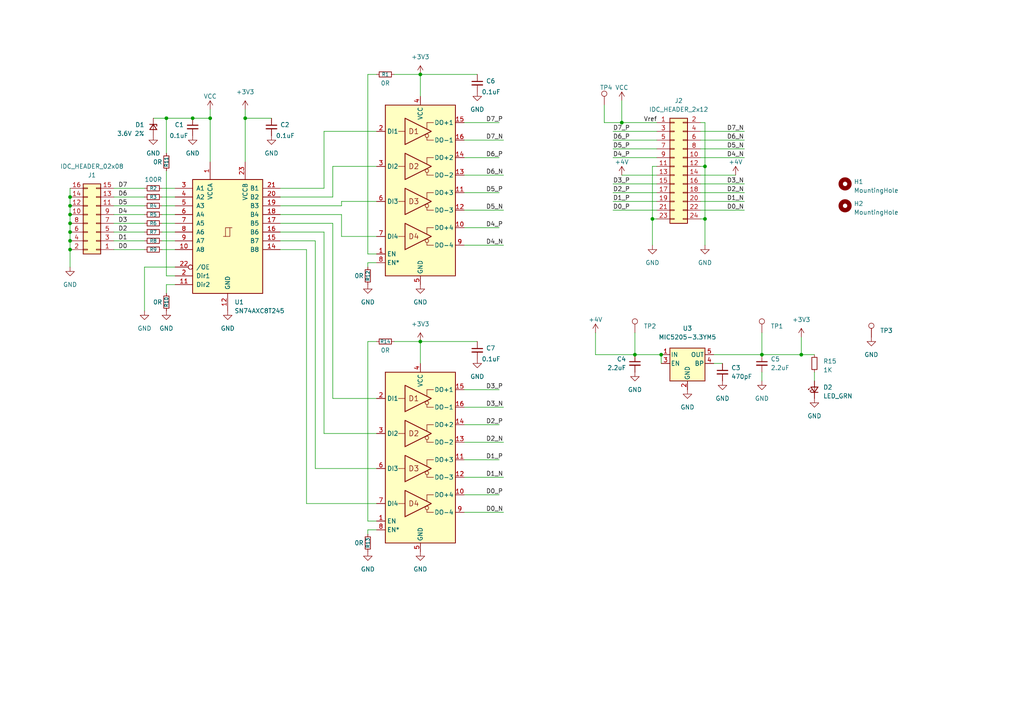
<source format=kicad_sch>
(kicad_sch (version 20230121) (generator eeschema)
  (paper "A4")
  (title_block (title "MSO5000 8-channel logic probe") (date "2023-03-17") (rev "rev0") (company "R. Veips"))
  (lib_symbols
    (symbol "Connector:TestPoint" (pin_numbers hide) (pin_names (offset 0.762) hide)
      (property "Reference" "TP" (at 0 6.858 0))
      (property "Value" "TestPoint" (at 0 5.08 0))
      (symbol "TestPoint_0_1"
        (circle (center 0 3.302) (radius 0.762))
      )
      (symbol "TestPoint_1_1"
        (pin passive line (at 0 0 90) (length 2.54) (name "1") (number "1"))
      )
    )
    (symbol "Connector_Generic:Conn_02x08_Odd_Even" (pin_names (offset 1.016) hide)
      (property "Reference" "J" (at 1.27 10.16 0))
      (property "Value" "Conn_02x08_Odd_Even" (at 1.27 -12.7 0))
      (symbol "Conn_02x08_Odd_Even_1_1"
        (rectangle (start -1.27 -10.033) (end 0 -10.287) (stroke (width 0.1524)))
        (rectangle (start -1.27 -7.493) (end 0 -7.747) (stroke (width 0.1524)))
        (rectangle (start -1.27 -4.953) (end 0 -5.207) (stroke (width 0.1524)))
        (rectangle (start -1.27 -2.413) (end 0 -2.667) (stroke (width 0.1524)))
        (rectangle (start -1.27 0.127) (end 0 -0.127) (stroke (width 0.1524)))
        (rectangle (start -1.27 2.667) (end 0 2.413) (stroke (width 0.1524)))
        (rectangle (start -1.27 5.207) (end 0 4.953) (stroke (width 0.1524)))
        (rectangle (start -1.27 7.747) (end 0 7.493) (stroke (width 0.1524)))
        (rectangle (start -1.27 8.89) (end 3.81 -11.43) (stroke (width 0.254)) (fill (type background)))
        (rectangle (start 3.81 -10.033) (end 2.54 -10.287) (stroke (width 0.1524)))
        (rectangle (start 3.81 -7.493) (end 2.54 -7.747) (stroke (width 0.1524)))
        (rectangle (start 3.81 -4.953) (end 2.54 -5.207) (stroke (width 0.1524)))
        (rectangle (start 3.81 -2.413) (end 2.54 -2.667) (stroke (width 0.1524)))
        (rectangle (start 3.81 0.127) (end 2.54 -0.127) (stroke (width 0.1524)))
        (rectangle (start 3.81 2.667) (end 2.54 2.413) (stroke (width 0.1524)))
        (rectangle (start 3.81 5.207) (end 2.54 4.953) (stroke (width 0.1524)))
        (rectangle (start 3.81 7.747) (end 2.54 7.493) (stroke (width 0.1524)))
        (pin passive line (at -5.08 7.62 0) (length 3.81) (name "Pin_1") (number "1"))
        (pin passive line (at 7.62 -2.54 180) (length 3.81) (name "Pin_10") (number "10"))
        (pin passive line (at -5.08 -5.08 0) (length 3.81) (name "Pin_11") (number "11"))
        (pin passive line (at 7.62 -5.08 180) (length 3.81) (name "Pin_12") (number "12"))
        (pin passive line (at -5.08 -7.62 0) (length 3.81) (name "Pin_13") (number "13"))
        (pin passive line (at 7.62 -7.62 180) (length 3.81) (name "Pin_14") (number "14"))
        (pin passive line (at -5.08 -10.16 0) (length 3.81) (name "Pin_15") (number "15"))
        (pin passive line (at 7.62 -10.16 180) (length 3.81) (name "Pin_16") (number "16"))
        (pin passive line (at 7.62 7.62 180) (length 3.81) (name "Pin_2") (number "2"))
        (pin passive line (at -5.08 5.08 0) (length 3.81) (name "Pin_3") (number "3"))
        (pin passive line (at 7.62 5.08 180) (length 3.81) (name "Pin_4") (number "4"))
        (pin passive line (at -5.08 2.54 0) (length 3.81) (name "Pin_5") (number "5"))
        (pin passive line (at 7.62 2.54 180) (length 3.81) (name "Pin_6") (number "6"))
        (pin passive line (at -5.08 0 0) (length 3.81) (name "Pin_7") (number "7"))
        (pin passive line (at 7.62 0 180) (length 3.81) (name "Pin_8") (number "8"))
        (pin passive line (at -5.08 -2.54 0) (length 3.81) (name "Pin_9") (number "9"))
      )
    )
    (symbol "Connector_Generic:Conn_02x12_Odd_Even" (pin_names (offset 1.016) hide)
      (property "Reference" "J" (at 1.27 15.24 0))
      (property "Value" "Conn_02x12_Odd_Even" (at 1.27 -17.78 0))
      (symbol "Conn_02x12_Odd_Even_1_1"
        (rectangle (start -1.27 -15.113) (end 0 -15.367) (stroke (width 0.1524)))
        (rectangle (start -1.27 -12.573) (end 0 -12.827) (stroke (width 0.1524)))
        (rectangle (start -1.27 -10.033) (end 0 -10.287) (stroke (width 0.1524)))
        (rectangle (start -1.27 -7.493) (end 0 -7.747) (stroke (width 0.1524)))
        (rectangle (start -1.27 -4.953) (end 0 -5.207) (stroke (width 0.1524)))
        (rectangle (start -1.27 -2.413) (end 0 -2.667) (stroke (width 0.1524)))
        (rectangle (start -1.27 0.127) (end 0 -0.127) (stroke (width 0.1524)))
        (rectangle (start -1.27 2.667) (end 0 2.413) (stroke (width 0.1524)))
        (rectangle (start -1.27 5.207) (end 0 4.953) (stroke (width 0.1524)))
        (rectangle (start -1.27 7.747) (end 0 7.493) (stroke (width 0.1524)))
        (rectangle (start -1.27 10.287) (end 0 10.033) (stroke (width 0.1524)))
        (rectangle (start -1.27 12.827) (end 0 12.573) (stroke (width 0.1524)))
        (rectangle (start -1.27 13.97) (end 3.81 -16.51) (stroke (width 0.254)) (fill (type background)))
        (rectangle (start 3.81 -15.113) (end 2.54 -15.367) (stroke (width 0.1524)))
        (rectangle (start 3.81 -12.573) (end 2.54 -12.827) (stroke (width 0.1524)))
        (rectangle (start 3.81 -10.033) (end 2.54 -10.287) (stroke (width 0.1524)))
        (rectangle (start 3.81 -7.493) (end 2.54 -7.747) (stroke (width 0.1524)))
        (rectangle (start 3.81 -4.953) (end 2.54 -5.207) (stroke (width 0.1524)))
        (rectangle (start 3.81 -2.413) (end 2.54 -2.667) (stroke (width 0.1524)))
        (rectangle (start 3.81 0.127) (end 2.54 -0.127) (stroke (width 0.1524)))
        (rectangle (start 3.81 2.667) (end 2.54 2.413) (stroke (width 0.1524)))
        (rectangle (start 3.81 5.207) (end 2.54 4.953) (stroke (width 0.1524)))
        (rectangle (start 3.81 7.747) (end 2.54 7.493) (stroke (width 0.1524)))
        (rectangle (start 3.81 10.287) (end 2.54 10.033) (stroke (width 0.1524)))
        (rectangle (start 3.81 12.827) (end 2.54 12.573) (stroke (width 0.1524)))
        (pin passive line (at -5.08 12.7 0) (length 3.81) (name "Pin_1") (number "1"))
        (pin passive line (at 7.62 2.54 180) (length 3.81) (name "Pin_10") (number "10"))
        (pin passive line (at -5.08 0 0) (length 3.81) (name "Pin_11") (number "11"))
        (pin passive line (at 7.62 0 180) (length 3.81) (name "Pin_12") (number "12"))
        (pin passive line (at -5.08 -2.54 0) (length 3.81) (name "Pin_13") (number "13"))
        (pin passive line (at 7.62 -2.54 180) (length 3.81) (name "Pin_14") (number "14"))
        (pin passive line (at -5.08 -5.08 0) (length 3.81) (name "Pin_15") (number "15"))
        (pin passive line (at 7.62 -5.08 180) (length 3.81) (name "Pin_16") (number "16"))
        (pin passive line (at -5.08 -7.62 0) (length 3.81) (name "Pin_17") (number "17"))
        (pin passive line (at 7.62 -7.62 180) (length 3.81) (name "Pin_18") (number "18"))
        (pin passive line (at -5.08 -10.16 0) (length 3.81) (name "Pin_19") (number "19"))
        (pin passive line (at 7.62 12.7 180) (length 3.81) (name "Pin_2") (number "2"))
        (pin passive line (at 7.62 -10.16 180) (length 3.81) (name "Pin_20") (number "20"))
        (pin passive line (at -5.08 -12.7 0) (length 3.81) (name "Pin_21") (number "21"))
        (pin passive line (at 7.62 -12.7 180) (length 3.81) (name "Pin_22") (number "22"))
        (pin passive line (at -5.08 -15.24 0) (length 3.81) (name "Pin_23") (number "23"))
        (pin passive line (at 7.62 -15.24 180) (length 3.81) (name "Pin_24") (number "24"))
        (pin passive line (at -5.08 10.16 0) (length 3.81) (name "Pin_3") (number "3"))
        (pin passive line (at 7.62 10.16 180) (length 3.81) (name "Pin_4") (number "4"))
        (pin passive line (at -5.08 7.62 0) (length 3.81) (name "Pin_5") (number "5"))
        (pin passive line (at 7.62 7.62 180) (length 3.81) (name "Pin_6") (number "6"))
        (pin passive line (at -5.08 5.08 0) (length 3.81) (name "Pin_7") (number "7"))
        (pin passive line (at 7.62 5.08 180) (length 3.81) (name "Pin_8") (number "8"))
        (pin passive line (at -5.08 2.54 0) (length 3.81) (name "Pin_9") (number "9"))
      )
    )
    (symbol "Device:C_Small" (pin_numbers hide) (pin_names (offset 0.254) hide)
      (property "Reference" "C" (at 0.254 1.778 0))
      (property "Value" "C_Small" (at 0.254 -2.032 0))
      (symbol "C_Small_0_1"
        (polyline (pts (xy -1.524 -0.508) (xy 1.524 -0.508)) (stroke (width 0.3302)))
        (polyline (pts (xy -1.524 0.508) (xy 1.524 0.508)) (stroke (width 0.3048)))
      )
      (symbol "C_Small_1_1"
        (pin passive line (at 0 2.54 270) (length 2.032) (name "~") (number "1"))
        (pin passive line (at 0 -2.54 90) (length 2.032) (name "~") (number "2"))
      )
    )
    (symbol "Device:D_Zener_Small" (pin_numbers hide) (pin_names (offset 0.254) hide)
      (property "Reference" "D" (at 0 2.286 0))
      (property "Value" "D_Zener_Small" (at 0 -2.286 0))
      (symbol "D_Zener_Small_0_1"
        (polyline (pts (xy 0.762 0) (xy -0.762 0)))
        (polyline (pts (xy -0.254 1.016) (xy -0.762 1.016) (xy -0.762 -1.016)) (stroke (width 0.254)))
        (polyline (pts (xy 0.762 1.016) (xy -0.762 0) (xy 0.762 -1.016) (xy 0.762 1.016)) (stroke (width 0.254)))
      )
      (symbol "D_Zener_Small_1_1"
        (pin passive line (at -2.54 0 0) (length 1.778) (name "K") (number "1"))
        (pin passive line (at 2.54 0 180) (length 1.778) (name "A") (number "2"))
      )
    )
    (symbol "Device:LED_Small" (pin_numbers hide) (pin_names (offset 0.254) hide)
      (property "Reference" "D" (at -1.27 3.175 0))
      (property "Value" "LED_Small" (at -4.445 -2.54 0))
      (symbol "LED_Small_0_1"
        (polyline (pts (xy -0.762 -1.016) (xy -0.762 1.016)) (stroke (width 0.254)))
        (polyline (pts (xy 1.016 0) (xy -0.762 0)))
        (polyline (pts (xy 0.762 -1.016) (xy -0.762 0) (xy 0.762 1.016) (xy 0.762 -1.016)) (stroke (width 0.254)))
        (polyline (pts (xy 0 0.762) (xy -0.508 1.27) (xy -0.254 1.27) (xy -0.508 1.27) (xy -0.508 1.016)))
        (polyline (pts (xy 0.508 1.27) (xy 0 1.778) (xy 0.254 1.778) (xy 0 1.778) (xy 0 1.524)))
      )
      (symbol "LED_Small_1_1"
        (pin passive line (at -2.54 0 0) (length 1.778) (name "K") (number "1"))
        (pin passive line (at 2.54 0 180) (length 1.778) (name "A") (number "2"))
      )
    )
    (symbol "Device:R_Small" (pin_numbers hide) (pin_names (offset 0.254) hide)
      (property "Reference" "R" (at 0.762 0.508 0))
      (property "Value" "R_Small" (at 0.762 -1.016 0))
      (symbol "R_Small_0_1"
        (rectangle (start -0.762 1.778) (end 0.762 -1.778) (stroke (width 0.2032)))
      )
      (symbol "R_Small_1_1"
        (pin passive line (at 0 2.54 270) (length 0.762) (name "~") (number "1"))
        (pin passive line (at 0 -2.54 90) (length 0.762) (name "~") (number "2"))
      )
    )
    (symbol "Mechanical:MountingHole" (pin_names (offset 1.016))
      (property "Reference" "H" (at 0 5.08 0))
      (property "Value" "MountingHole" (at 0 3.175 0))
      (symbol "MountingHole_0_1"
        (circle (center 0 0) (radius 1.27) (stroke (width 1.27)))
      )
    )
    (symbol "Regulator_Linear:MIC5205-3.3YM5" (pin_names (offset 0.254))
      (property "Reference" "U" (at -3.81 5.715 0))
      (property "Value" "MIC5205-3.3YM5" (at 0 5.715 0))
      (symbol "MIC5205-3.3YM5_0_1"
        (rectangle (start -5.08 4.445) (end 5.08 -5.08) (stroke (width 0.254)) (fill (type background)))
      )
      (symbol "MIC5205-3.3YM5_1_1"
        (pin power_in line (at -7.62 2.54 0) (length 2.54) (name "IN") (number "1"))
        (pin power_in line (at 0 -7.62 90) (length 2.54) (name "GND") (number "2"))
        (pin input line (at -7.62 0 0) (length 2.54) (name "EN") (number "3"))
        (pin input line (at 7.62 0 180) (length 2.54) (name "BP") (number "4"))
        (pin power_out line (at 7.62 2.54 180) (length 2.54) (name "OUT") (number "5"))
      )
    )
    (symbol "mso5000:DS90LV047A"
      (symbol "DS90LV047A_1_0"
        (rectangle (start -10.16 22.86) (end 10.16 -26.67) (stroke (width 0.254)) (fill (type background)))
        (polyline (pts (xy 1.905 -17.018) (xy 1.905 -17.78)))
        (polyline (pts (xy 1.905 -14.605) (xy 1.905 -12.7)))
        (polyline (pts (xy 1.905 -6.858) (xy 1.905 -7.62)))
        (polyline (pts (xy 1.905 -4.445) (xy 1.905 -2.54)))
        (polyline (pts (xy 1.905 3.302) (xy 1.905 2.54)))
        (polyline (pts (xy 1.905 5.715) (xy 1.905 7.62)))
        (polyline (pts (xy 1.905 13.462) (xy 1.905 12.7)))
        (polyline (pts (xy 1.905 15.875) (xy 1.905 17.78)))
        (circle (center 1.905 -16.51) (radius 0.508))
        (circle (center 1.905 -6.35) (radius 0.508))
        (circle (center 1.905 3.81) (radius 0.508))
        (circle (center 1.905 13.97) (radius 0.508))
        (text "D1" (at -1.905 15.24 0) (effects (font (size 1.524 1.524))))
        (text "D2" (at -1.905 5.08 0) (effects (font (size 1.524 1.524))))
        (text "D3" (at -1.905 -5.08 0) (effects (font (size 1.524 1.524))))
        (text "D4" (at -1.905 -15.24 0) (effects (font (size 1.524 1.524))))
      )
      (symbol "DS90LV047A_1_1"
        (polyline (pts (xy -6.35 -15.24) (xy -4.445 -15.24)))
        (polyline (pts (xy -6.35 -5.08) (xy -4.445 -5.08)))
        (polyline (pts (xy -6.35 5.08) (xy -4.445 5.08)))
        (polyline (pts (xy -6.35 15.24) (xy -4.445 15.24)))
        (polyline (pts (xy 1.905 -17.78) (xy 3.81 -17.78)))
        (polyline (pts (xy 1.905 -7.62) (xy 3.81 -7.62)))
        (polyline (pts (xy 1.905 2.54) (xy 3.81 2.54)))
        (polyline (pts (xy 1.905 12.7) (xy 3.81 12.7)))
        (polyline (pts (xy 3.81 -12.7) (xy 1.905 -12.7)))
        (polyline (pts (xy 3.81 -2.54) (xy 1.905 -2.54)))
        (polyline (pts (xy 3.81 7.62) (xy 1.905 7.62)))
        (polyline (pts (xy 3.81 17.78) (xy 1.905 17.78)))
        (polyline (pts (xy -4.445 -19.05) (xy -4.445 -11.43) (xy 3.175 -15.24) (xy -4.445 -19.05)) (stroke (width 0.254)))
        (polyline (pts (xy -4.445 -8.89) (xy -4.445 -1.27) (xy 3.175 -5.08) (xy -4.445 -8.89)) (stroke (width 0.254)))
        (polyline (pts (xy -4.445 1.27) (xy -4.445 8.89) (xy 3.175 5.08) (xy -4.445 1.27)) (stroke (width 0.254)))
        (polyline (pts (xy -4.445 11.43) (xy -4.445 19.05) (xy 3.175 15.24) (xy -4.445 11.43)) (stroke (width 0.254)))
        (pin input line (at -12.7 -20.32 0) (length 2.54) (name "EN") (number "1"))
        (pin output line (at 12.7 -12.7 180) (length 2.54) (name "DO+4") (number "10"))
        (pin output line (at 12.7 -2.54 180) (length 2.54) (name "DO+3") (number "11"))
        (pin output line (at 12.7 -7.62 180) (length 2.54) (name "DO-3") (number "12"))
        (pin output line (at 12.7 2.54 180) (length 2.54) (name "DO-2") (number "13"))
        (pin output line (at 12.7 7.62 180) (length 2.54) (name "DO+2") (number "14"))
        (pin output line (at 12.7 17.78 180) (length 2.54) (name "DO+1") (number "15"))
        (pin output line (at 12.7 12.7 180) (length 2.54) (name "DO-1") (number "16"))
        (pin input line (at -12.7 15.24 0) (length 2.54) (name "DI1") (number "2"))
        (pin input line (at -12.7 5.08 0) (length 2.54) (name "DI2") (number "3"))
        (pin power_in line (at 0 25.4 270) (length 2.54) (name "VCC") (number "4"))
        (pin power_in line (at 0 -29.21 90) (length 2.54) (name "GND") (number "5"))
        (pin input line (at -12.7 -5.08 0) (length 2.54) (name "DI3") (number "6"))
        (pin input line (at -12.7 -15.24 0) (length 2.54) (name "DI4") (number "7"))
        (pin input line (at -12.7 -22.86 0) (length 2.54) (name "EN*") (number "8"))
        (pin output line (at 12.7 -17.78 180) (length 2.54) (name "DO-4") (number "9"))
      )
    )
    (symbol "mso5000:SN74AXC8T245" (pin_names (offset 1.016))
      (property "Reference" "U" (at -10.16 16.51 0))
      (property "Value" "SN74AXC8T245" (at 11.43 -19.05 0))
      (symbol "SN74AXC8T245_1_0"
        (polyline (pts (xy -0.635 -1.27) (xy -0.635 1.27) (xy 0.635 1.27)))
        (polyline (pts (xy -1.27 -1.27) (xy 0.635 -1.27) (xy 0.635 1.27) (xy 1.27 1.27)))
        (pin power_in line (at -5.08 20.32 270) (length 5.08) (name "VCCA") (number "1"))
        (pin tri_state line (at -15.24 -5.08 0) (length 5.08) (name "A8") (number "10"))
        (pin input line (at -15.24 -15.24 0) (length 5.08) (name "Dir2") (number "11"))
        (pin power_in line (at 0 -22.86 90) (length 5.08) (name "GND") (number "12"))
        (pin passive line (at 0 -22.86 90) (length 5.08) hide (name "GND") (number "13"))
        (pin tri_state line (at 15.24 -5.08 180) (length 5.08) (name "B8") (number "14"))
        (pin tri_state line (at 15.24 -2.54 180) (length 5.08) (name "B7") (number "15"))
        (pin tri_state line (at 15.24 0 180) (length 5.08) (name "B6") (number "16"))
        (pin tri_state line (at 15.24 2.54 180) (length 5.08) (name "B5") (number "17"))
        (pin tri_state line (at 15.24 5.08 180) (length 5.08) (name "B4") (number "18"))
        (pin tri_state line (at 15.24 7.62 180) (length 5.08) (name "B3") (number "19"))
        (pin input line (at -15.24 -12.7 0) (length 5.08) (name "Dir1") (number "2"))
        (pin tri_state line (at 15.24 10.16 180) (length 5.08) (name "B2") (number "20"))
        (pin tri_state line (at 15.24 12.7 180) (length 5.08) (name "B1") (number "21"))
        (pin input inverted (at -15.24 -10.16 0) (length 5.08) (name "/OE") (number "22"))
        (pin power_in line (at 5.08 20.32 270) (length 5.08) (name "VCCB") (number "23"))
        (pin passive line (at 5.08 20.32 270) (length 5.08) hide (name "VCCB") (number "24"))
        (pin tri_state line (at -15.24 12.7 0) (length 5.08) (name "A1") (number "3"))
        (pin tri_state line (at -15.24 10.16 0) (length 5.08) (name "A2") (number "4"))
        (pin tri_state line (at -15.24 7.62 0) (length 5.08) (name "A3") (number "5"))
        (pin tri_state line (at -15.24 5.08 0) (length 5.08) (name "A4") (number "6"))
        (pin tri_state line (at -15.24 2.54 0) (length 5.08) (name "A5") (number "7"))
        (pin tri_state line (at -15.24 0 0) (length 5.08) (name "A6") (number "8"))
        (pin tri_state line (at -15.24 -2.54 0) (length 5.08) (name "A7") (number "9"))
      )
      (symbol "SN74AXC8T245_1_1"
        (rectangle (start -10.16 15.24) (end 10.16 -17.78) (stroke (width 0.254)) (fill (type background)))
      )
    )
    (symbol "power:+3V3" (power) (pin_names (offset 0))
      (property "Value" "+3V3" (at 0 3.556 0))
      (symbol "+3V3_0_1"
        (polyline (pts (xy -0.762 1.27) (xy 0 2.54)))
        (polyline (pts (xy 0 0) (xy 0 2.54)))
        (polyline (pts (xy 0 2.54) (xy 0.762 1.27)))
      )
      (symbol "+3V3_1_1"
        (pin power_in line (at 0 0 90) (length 0) hide (name "+3V3") (number "1"))
      )
    )
    (symbol "power:+4V" (power) (pin_names (offset 0))
      (property "Value" "+4V" (at 0 3.556 0))
      (symbol "+4V_0_1"
        (polyline (pts (xy -0.762 1.27) (xy 0 2.54)))
        (polyline (pts (xy 0 0) (xy 0 2.54)))
        (polyline (pts (xy 0 2.54) (xy 0.762 1.27)))
      )
      (symbol "+4V_1_1"
        (pin power_in line (at 0 0 90) (length 0) hide (name "+4V") (number "1"))
      )
    )
    (symbol "power:GND" (power) (pin_names (offset 0))
      (property "Value" "GND" (at 0 -3.81 0))
      (symbol "GND_0_1"
        (polyline (pts (xy 0 0) (xy 0 -1.27) (xy 1.27 -1.27) (xy 0 -2.54) (xy -1.27 -1.27) (xy 0 -1.27)))
      )
      (symbol "GND_1_1"
        (pin power_in line (at 0 0 270) (length 0) hide (name "GND") (number "1"))
      )
    )
    (symbol "power:VCC" (power) (pin_names (offset 0))
      (property "Value" "VCC" (at 0 3.81 0))
      (symbol "VCC_0_1"
        (polyline (pts (xy -0.762 1.27) (xy 0 2.54)))
        (polyline (pts (xy 0 0) (xy 0 2.54)))
        (polyline (pts (xy 0 2.54) (xy 0.762 1.27)))
      )
      (symbol "VCC_1_1"
        (pin power_in line (at 0 0 90) (length 0) hide (name "VCC") (number "1"))
      )
    )
  )
  (junction (at 20.32 59.69))
  (junction (at 20.32 64.77))
  (junction (at 204.47 48.26))
  (junction (at 191.77 102.87))
  (junction (at 55.88 34.29))
  (junction (at 20.32 72.39))
  (junction (at 48.26 34.29))
  (junction (at 121.92 21.59))
  (junction (at 204.47 63.5))
  (junction (at 20.32 57.15))
  (junction (at 20.32 67.31))
  (junction (at 184.15 102.87))
  (junction (at 20.32 69.85))
  (junction (at 60.96 34.29))
  (junction (at 121.92 99.06))
  (junction (at 232.41 102.87))
  (junction (at 180.34 35.56))
  (junction (at 71.12 34.29))
  (junction (at 220.98 102.87))
  (junction (at 189.23 63.5))
  (junction (at 20.32 62.23))
  (wire (pts (xy 134.62 143.51) (xy 144.78 143.51)))
  (wire (pts (xy 96.52 48.26) (xy 109.22 48.26)))
  (wire (pts (xy 109.22 76.2) (xy 106.68 76.2)))
  (wire (pts (xy 93.98 38.1) (xy 93.98 54.61)))
  (wire (pts (xy 50.8 80.01) (xy 48.26 80.01)))
  (wire (pts (xy 134.62 148.59) (xy 146.05 148.59)))
  (wire (pts (xy 106.68 99.06) (xy 109.22 99.06)))
  (wire (pts (xy 20.32 64.77) (xy 20.32 67.31)))
  (wire (pts (xy 203.2 53.34) (xy 215.9 53.34)))
  (wire (pts (xy 134.62 71.12) (xy 146.05 71.12)))
  (wire (pts (xy 220.98 107.95) (xy 220.98 110.49)))
  (wire (pts (xy 60.96 34.29) (xy 60.96 31.75)))
  (wire (pts (xy 203.2 50.8) (xy 213.36 50.8)))
  (wire (pts (xy 46.99 64.77) (xy 50.8 64.77)))
  (wire (pts (xy 191.77 102.87) (xy 191.77 105.41)))
  (wire (pts (xy 189.23 48.26) (xy 190.5 48.26)))
  (wire (pts (xy 177.8 43.18) (xy 190.5 43.18)))
  (wire (pts (xy 134.62 60.96) (xy 146.05 60.96)))
  (wire (pts (xy 46.99 59.69) (xy 50.8 59.69)))
  (wire (pts (xy 134.62 40.64) (xy 146.05 40.64)))
  (wire (pts (xy 220.98 96.52) (xy 220.98 102.87)))
  (wire (pts (xy 48.26 34.29) (xy 55.88 34.29)))
  (wire (pts (xy 121.92 99.06) (xy 138.43 99.06)))
  (wire (pts (xy 46.99 57.15) (xy 50.8 57.15)))
  (wire (pts (xy 184.15 96.52) (xy 184.15 102.87)))
  (wire (pts (xy 91.44 69.85) (xy 91.44 135.89)))
  (wire (pts (xy 203.2 40.64) (xy 215.9 40.64)))
  (wire (pts (xy 189.23 48.26) (xy 189.23 63.5)))
  (wire (pts (xy 46.99 67.31) (xy 50.8 67.31)))
  (wire (pts (xy 134.62 133.35) (xy 144.78 133.35)))
  (wire (pts (xy 204.47 35.56) (xy 204.47 48.26)))
  (wire (pts (xy 33.02 59.69) (xy 41.91 59.69)))
  (wire (pts (xy 203.2 35.56) (xy 204.47 35.56)))
  (wire (pts (xy 134.62 50.8) (xy 146.05 50.8)))
  (wire (pts (xy 81.28 59.69) (xy 99.06 59.69)))
  (wire (pts (xy 81.28 67.31) (xy 93.98 67.31)))
  (wire (pts (xy 20.32 72.39) (xy 20.32 77.47)))
  (wire (pts (xy 88.9 146.05) (xy 109.22 146.05)))
  (wire (pts (xy 203.2 63.5) (xy 204.47 63.5)))
  (wire (pts (xy 134.62 55.88) (xy 144.78 55.88)))
  (wire (pts (xy 109.22 38.1) (xy 93.98 38.1)))
  (wire (pts (xy 20.32 62.23) (xy 20.32 64.77)))
  (wire (pts (xy 184.15 102.87) (xy 191.77 102.87)))
  (wire (pts (xy 96.52 64.77) (xy 96.52 115.57)))
  (wire (pts (xy 48.26 82.55) (xy 50.8 82.55)))
  (wire (pts (xy 50.8 77.47) (xy 41.91 77.47)))
  (wire (pts (xy 93.98 67.31) (xy 93.98 125.73)))
  (wire (pts (xy 203.2 43.18) (xy 215.9 43.18)))
  (wire (pts (xy 203.2 58.42) (xy 215.9 58.42)))
  (wire (pts (xy 177.8 53.34) (xy 190.5 53.34)))
  (wire (pts (xy 203.2 45.72) (xy 215.9 45.72)))
  (wire (pts (xy 71.12 34.29) (xy 78.74 34.29)))
  (wire (pts (xy 48.26 85.09) (xy 48.26 82.55)))
  (wire (pts (xy 60.96 34.29) (xy 60.96 46.99)))
  (wire (pts (xy 81.28 72.39) (xy 88.9 72.39)))
  (wire (pts (xy 99.06 62.23) (xy 99.06 68.58)))
  (wire (pts (xy 20.32 57.15) (xy 20.32 59.69)))
  (wire (pts (xy 180.34 35.56) (xy 190.5 35.56)))
  (wire (pts (xy 177.8 38.1) (xy 190.5 38.1)))
  (wire (pts (xy 232.41 102.87) (xy 236.22 102.87)))
  (wire (pts (xy 46.99 69.85) (xy 50.8 69.85)))
  (wire (pts (xy 81.28 64.77) (xy 96.52 64.77)))
  (wire (pts (xy 20.32 67.31) (xy 20.32 69.85)))
  (wire (pts (xy 207.01 105.41) (xy 209.55 105.41)))
  (wire (pts (xy 106.68 153.67) (xy 106.68 154.94)))
  (wire (pts (xy 20.32 59.69) (xy 20.32 62.23)))
  (wire (pts (xy 177.8 60.96) (xy 190.5 60.96)))
  (wire (pts (xy 172.72 102.87) (xy 184.15 102.87)))
  (wire (pts (xy 20.32 69.85) (xy 20.32 72.39)))
  (wire (pts (xy 134.62 113.03) (xy 144.78 113.03)))
  (wire (pts (xy 121.92 21.59) (xy 121.92 27.94)))
  (wire (pts (xy 20.32 54.61) (xy 20.32 57.15)))
  (wire (pts (xy 93.98 54.61) (xy 81.28 54.61)))
  (wire (pts (xy 109.22 151.13) (xy 106.68 151.13)))
  (wire (pts (xy 189.23 63.5) (xy 190.5 63.5)))
  (wire (pts (xy 33.02 62.23) (xy 41.91 62.23)))
  (wire (pts (xy 232.41 97.79) (xy 232.41 102.87)))
  (wire (pts (xy 109.22 58.42) (xy 99.06 58.42)))
  (wire (pts (xy 190.5 50.8) (xy 180.34 50.8)))
  (wire (pts (xy 71.12 34.29) (xy 71.12 46.99)))
  (wire (pts (xy 55.88 34.29) (xy 60.96 34.29)))
  (wire (pts (xy 236.22 107.95) (xy 236.22 110.49)))
  (wire (pts (xy 106.68 21.59) (xy 109.22 21.59)))
  (wire (pts (xy 44.45 34.29) (xy 48.26 34.29)))
  (wire (pts (xy 93.98 125.73) (xy 109.22 125.73)))
  (wire (pts (xy 189.23 63.5) (xy 189.23 71.12)))
  (wire (pts (xy 134.62 66.04) (xy 144.78 66.04)))
  (wire (pts (xy 121.92 21.59) (xy 138.43 21.59)))
  (wire (pts (xy 134.62 35.56) (xy 144.78 35.56)))
  (wire (pts (xy 114.3 21.59) (xy 121.92 21.59)))
  (wire (pts (xy 99.06 58.42) (xy 99.06 59.69)))
  (wire (pts (xy 33.02 69.85) (xy 41.91 69.85)))
  (wire (pts (xy 81.28 62.23) (xy 99.06 62.23)))
  (wire (pts (xy 203.2 55.88) (xy 215.9 55.88)))
  (wire (pts (xy 96.52 115.57) (xy 109.22 115.57)))
  (wire (pts (xy 81.28 57.15) (xy 96.52 57.15)))
  (wire (pts (xy 134.62 45.72) (xy 144.78 45.72)))
  (wire (pts (xy 81.28 69.85) (xy 91.44 69.85)))
  (wire (pts (xy 99.06 68.58) (xy 109.22 68.58)))
  (wire (pts (xy 91.44 135.89) (xy 109.22 135.89)))
  (wire (pts (xy 177.8 58.42) (xy 190.5 58.42)))
  (wire (pts (xy 41.91 77.47) (xy 41.91 90.17)))
  (wire (pts (xy 46.99 72.39) (xy 50.8 72.39)))
  (wire (pts (xy 48.26 49.53) (xy 48.26 80.01)))
  (wire (pts (xy 33.02 64.77) (xy 41.91 64.77)))
  (wire (pts (xy 207.01 102.87) (xy 220.98 102.87)))
  (wire (pts (xy 134.62 123.19) (xy 144.78 123.19)))
  (wire (pts (xy 134.62 118.11) (xy 146.05 118.11)))
  (wire (pts (xy 46.99 54.61) (xy 50.8 54.61)))
  (wire (pts (xy 121.92 99.06) (xy 121.92 105.41)))
  (wire (pts (xy 177.8 45.72) (xy 190.5 45.72)))
  (wire (pts (xy 204.47 48.26) (xy 204.47 63.5)))
  (wire (pts (xy 114.3 99.06) (xy 121.92 99.06)))
  (wire (pts (xy 33.02 54.61) (xy 41.91 54.61)))
  (wire (pts (xy 203.2 60.96) (xy 215.9 60.96)))
  (wire (pts (xy 106.68 151.13) (xy 106.68 99.06)))
  (wire (pts (xy 33.02 72.39) (xy 41.91 72.39)))
  (wire (pts (xy 177.8 55.88) (xy 190.5 55.88)))
  (wire (pts (xy 203.2 48.26) (xy 204.47 48.26)))
  (wire (pts (xy 106.68 73.66) (xy 106.68 21.59)))
  (wire (pts (xy 48.26 34.29) (xy 48.26 44.45)))
  (wire (pts (xy 134.62 128.27) (xy 146.05 128.27)))
  (wire (pts (xy 96.52 57.15) (xy 96.52 48.26)))
  (wire (pts (xy 88.9 72.39) (xy 88.9 146.05)))
  (wire (pts (xy 134.62 138.43) (xy 146.05 138.43)))
  (wire (pts (xy 71.12 31.75) (xy 71.12 34.29)))
  (wire (pts (xy 33.02 67.31) (xy 41.91 67.31)))
  (wire (pts (xy 177.8 40.64) (xy 190.5 40.64)))
  (wire (pts (xy 180.34 29.21) (xy 180.34 35.56)))
  (wire (pts (xy 204.47 63.5) (xy 204.47 71.12)))
  (wire (pts (xy 109.22 73.66) (xy 106.68 73.66)))
  (wire (pts (xy 106.68 76.2) (xy 106.68 77.47)))
  (wire (pts (xy 46.99 62.23) (xy 50.8 62.23)))
  (wire (pts (xy 33.02 57.15) (xy 41.91 57.15)))
  (wire (pts (xy 172.72 96.52) (xy 172.72 102.87)))
  (wire (pts (xy 203.2 38.1) (xy 215.9 38.1)))
  (wire (pts (xy 175.26 30.48) (xy 175.26 35.56)))
  (wire (pts (xy 175.26 35.56) (xy 180.34 35.56)))
  (wire (pts (xy 109.22 153.67) (xy 106.68 153.67)))
  (wire (pts (xy 232.41 102.87) (xy 220.98 102.87)))
  (label "D3_P" (at 140.97 113.03 0))
  (label "D1_P" (at 177.8 58.42 0))
  (label "D4_P" (at 140.97 66.04 0))
  (label "Vref" (at 186.69 35.56 0))
  (label "D6_P" (at 140.97 45.72 0))
  (label "D1" (at 34.29 69.85 0))
  (label "D0" (at 34.29 72.39 0))
  (label "D2_N" (at 140.97 128.27 0))
  (label "D5_P" (at 140.97 55.88 0))
  (label "D1_P" (at 140.97 133.35 0))
  (label "D2_P" (at 140.97 123.19 0))
  (label "D0_N" (at 140.97 148.59 0))
  (label "D3" (at 34.29 64.77 0))
  (label "D2_P" (at 177.8 55.88 0))
  (label "D0_P" (at 140.97 143.51 0))
  (label "D5_N" (at 210.82 43.18 0))
  (label "D4_N" (at 140.97 71.12 0))
  (label "D7_P" (at 177.8 38.1 0))
  (label "D7" (at 34.29 54.61 0))
  (label "D7_N" (at 140.97 40.64 0))
  (label "D2_N" (at 210.82 55.88 0))
  (label "D4_P" (at 177.8 45.72 0))
  (label "D6_N" (at 210.82 40.64 0))
  (label "D7_P" (at 140.97 35.56 0))
  (label "D0_N" (at 210.82 60.96 0))
  (label "D6_N" (at 140.97 50.8 0))
  (label "D4" (at 34.29 62.23 0))
  (label "D1_N" (at 210.82 58.42 0))
  (label "D0_P" (at 177.8 60.96 0))
  (label "D5_N" (at 140.97 60.96 0))
  (label "D5_P" (at 177.8 43.18 0))
  (label "D1_N" (at 140.97 138.43 0))
  (label "D7_N" (at 210.82 38.1 0))
  (label "D3_N" (at 210.82 53.34 0))
  (label "D6_P" (at 177.8 40.64 0))
  (label "D5" (at 34.29 59.69 0))
  (label "D3_N" (at 140.97 118.11 0))
  (label "D3_P" (at 177.8 53.34 0))
  (label "D4_N" (at 210.82 45.72 0))
  (label "D6" (at 34.29 57.15 0))
  (label "D2" (at 34.29 67.31 0))
  (symbol (lib_id "mso5000:SN74AXC8T245") (at 66.04 67.31 0) (unit 1)
    (property "Reference" "U1" (at 67.9959 87.63 0) (effects (justify left)))
    (property "Value" "SN74AXC8T245" (at 67.9959 90.17 0) (effects (justify left)))
    (property "Footprint" "Package_SO:TSSOP-24_4.4x7.8mm_P0.65mm" (effects hide))
    (property "Datasheet" "https://www.ti.com/lit/ds/symlink/sn74axc8t245.pdf?ts=1678888996176" (effects hide))
    (property "MPN" "SN74AXC8T245PWR" (effects hide))
    (property "Manufacturer" "TI" (effects hide))
    (property "AltMPN" "SN74LXC8T245QPWRQ1" (effects hide))
    (property "LCSC#" "C882718" (effects hide))
  )
  (symbol (lib_id "Mechanical:MountingHole") (at 245.11 53.34 0) (unit 1)
    (property "Reference" "H1" (at 247.65 52.705 0) (effects (justify left)))
    (property "Value" "MountingHole" (at 247.65 55.245 0) (effects (justify left)))
    (property "Footprint" "MountingHole:MountingHole_2.2mm_M2" (effects hide))
  )
  (symbol (lib_id "power:GND") (at 209.55 110.49 0) (unit 1)
    (property "Reference" "#PWR013" (effects hide))
    (property "Value" "GND" (at 209.55 115.57 0))
  )
  (symbol (lib_id "power:VCC") (at 60.96 31.75 0) (unit 1)
    (property "Reference" "#PWR06" (effects hide))
    (property "Value" "VCC" (at 60.96 27.94 0))
  )
  (symbol (lib_id "Device:R_Small") (at 106.68 157.48 180) (unit 1)
    (property "Reference" "R13" (at 106.68 157.48 90) (effects (font (size 1 1))))
    (property "Value" "0R" (at 104.14 157.48 0))
    (property "Footprint" "Resistor_SMD:R_0603_1608Metric" (effects hide))
    (property "LCSC#" "C95177" (effects hide))
    (property "MPN" "RC0603JR-070RL" (effects hide))
    (property "Manufacturer" "YAGEO" (effects hide))
  )
  (symbol (lib_id "Device:LED_Small") (at 236.22 113.03 90) (unit 1)
    (property "Reference" "D2" (at 238.76 112.3315 90) (effects (justify right)))
    (property "Value" "LED_GRN" (at 238.76 114.8715 90) (effects (justify right)))
    (property "Footprint" "LED_SMD:LED_0603_1608Metric" (effects hide))
    (property "LCSC#" "C965805" (effects hide))
    (property "MPN" "XL-1608SYGC-06" (effects hide))
    (property "Manufacturer" "XINGLIGHT" (effects hide))
  )
  (symbol (lib_id "power:GND") (at 20.32 77.47 0) (unit 1)
    (property "Reference" "#PWR010" (effects hide))
    (property "Value" "GND" (at 20.32 82.55 0))
  )
  (symbol (lib_id "power:GND") (at 121.92 82.55 0) (unit 1)
    (property "Reference" "#PWR023" (effects hide))
    (property "Value" "GND" (at 121.92 87.63 0))
  )
  (symbol (lib_id "power:GND") (at 66.04 90.17 0) (unit 1)
    (property "Reference" "#PWR018" (effects hide))
    (property "Value" "GND" (at 66.04 95.25 0))
  )
  (symbol (lib_id "power:GND") (at 204.47 71.12 0) (unit 1)
    (property "Reference" "#PWR03" (effects hide))
    (property "Value" "GND" (at 204.47 76.2 0))
  )
  (symbol (lib_id "power:GND") (at 138.43 26.67 0) (unit 1)
    (property "Reference" "#PWR022" (effects hide))
    (property "Value" "GND" (at 138.43 31.75 0))
  )
  (symbol (lib_id "Device:R_Small") (at 106.68 80.01 180) (unit 1)
    (property "Reference" "R12" (at 106.68 80.01 90) (effects (font (size 1 1))))
    (property "Value" "0R" (at 104.14 80.01 0))
    (property "Footprint" "Resistor_SMD:R_0603_1608Metric" (effects hide))
    (property "LCSC#" "C95177" (effects hide))
    (property "MPN" "RC0603JR-070RL" (effects hide))
    (property "Manufacturer" "YAGEO" (effects hide))
  )
  (symbol (lib_id "power:GND") (at 44.45 39.37 0) (unit 1)
    (property "Reference" "#PWR08" (effects hide))
    (property "Value" "GND" (at 44.45 44.45 0))
  )
  (symbol (lib_id "power:GND") (at 189.23 71.12 0) (unit 1)
    (property "Reference" "#PWR02" (effects hide))
    (property "Value" "GND" (at 189.23 76.2 0))
  )
  (symbol (lib_id "power:GND") (at 236.22 115.57 0) (unit 1)
    (property "Reference" "#PWR030" (effects hide))
    (property "Value" "GND" (at 236.22 120.65 0))
  )
  (symbol (lib_id "Device:R_Small") (at 236.22 105.41 0) (unit 1)
    (property "Reference" "R15" (at 238.76 104.775 0) (effects (justify left)))
    (property "Value" "1K" (at 238.76 107.315 0) (effects (justify left)))
    (property "Footprint" "Resistor_SMD:R_0603_1608Metric" (effects hide))
    (property "LCSC#" "C22548" (effects hide))
    (property "MPN" "RC0603FR-071KL" (effects hide))
    (property "Manufacturer" "YAGEO" (effects hide))
  )
  (symbol (lib_id "power:VCC") (at 180.34 29.21 0) (unit 1)
    (property "Reference" "#PWR05" (effects hide))
    (property "Value" "VCC" (at 180.34 25.4 0))
  )
  (symbol (lib_id "Device:C_Small") (at 184.15 105.41 0) (mirror y) (unit 1)
    (property "Reference" "C4" (at 181.61 104.1462 0) (effects (justify left)))
    (property "Value" "2.2uF" (at 181.61 106.6862 0) (effects (justify left)))
    (property "Footprint" "Capacitor_SMD:C_0603_1608Metric" (effects hide))
    (property "LCSC#" "C1607" (effects hide))
    (property "MPN" "CL10A225KP8NNNC" (effects hide))
    (property "Manufacturer" "Samsung Electro-Mechanics" (effects hide))
  )
  (symbol (lib_id "power:GND") (at 41.91 90.17 0) (unit 1)
    (property "Reference" "#PWR016" (effects hide))
    (property "Value" "GND" (at 41.91 95.25 0))
  )
  (symbol (lib_id "power:GND") (at 121.92 160.02 0) (unit 1)
    (property "Reference" "#PWR027" (effects hide))
    (property "Value" "GND" (at 121.92 165.1 0))
  )
  (symbol (lib_id "power:GND") (at 199.39 113.03 0) (unit 1)
    (property "Reference" "#PWR012" (effects hide))
    (property "Value" "GND" (at 199.39 118.11 0))
  )
  (symbol (lib_id "Device:R_Small") (at 44.45 57.15 90) (unit 1)
    (property "Reference" "R3" (at 44.45 57.15 90) (effects (font (size 1 1))))
    (property "Value" "100R" (effects hide))
    (property "Footprint" "Resistor_SMD:R_0603_1608Metric" (effects hide))
    (property "LCSC#" "C105588" (effects hide))
    (property "MPN" "RC0603FR-07100RL" (effects hide))
    (property "Manufacturer" "YAGEO" (effects hide))
  )
  (symbol (lib_id "Device:C_Small") (at 55.88 36.83 0) (mirror y) (unit 1)
    (property "Reference" "C1" (at 53.34 36.2013 0) (effects (justify left)))
    (property "Value" "0.1uF" (at 54.61 39.37 0) (effects (justify left)))
    (property "Footprint" "Capacitor_SMD:C_0603_1608Metric" (effects hide))
    (property "LCSC#" "C1591" (effects hide))
    (property "MPN" "CL10B104KB8NNNC" (effects hide))
    (property "Manufacturer" "Samsung Electro-Mechanics" (effects hide))
  )
  (symbol (lib_id "Device:R_Small") (at 48.26 87.63 180) (unit 1)
    (property "Reference" "R10" (at 48.26 87.63 90) (effects (font (size 1 1))))
    (property "Value" "0R" (at 45.72 87.63 0))
    (property "Footprint" "Resistor_SMD:R_0603_1608Metric" (effects hide))
    (property "LCSC#" "C95177" (effects hide))
    (property "MPN" "RC0603JR-070RL" (effects hide))
    (property "Manufacturer" "YAGEO" (effects hide))
  )
  (symbol (lib_id "power:+4V") (at 180.34 50.8 0) (unit 1)
    (property "Reference" "#PWR01" (effects hide))
    (property "Value" "+4V" (at 180.34 46.99 0))
  )
  (symbol (lib_id "Device:C_Small") (at 220.98 105.41 0) (unit 1)
    (property "Reference" "C5" (at 223.52 104.1462 0) (effects (justify left)))
    (property "Value" "2.2uF" (at 223.52 106.6862 0) (effects (justify left)))
    (property "Footprint" "Capacitor_SMD:C_0603_1608Metric" (effects hide))
    (property "LCSC#" "C1607" (effects hide))
    (property "MPN" "CL10A225KP8NNNC" (effects hide))
    (property "Manufacturer" "Samsung Electro-Mechanics" (effects hide))
  )
  (symbol (lib_id "power:GND") (at 48.26 90.17 0) (unit 1)
    (property "Reference" "#PWR017" (effects hide))
    (property "Value" "GND" (at 48.26 95.25 0))
  )
  (symbol (lib_id "power:GND") (at 138.43 104.14 0) (unit 1)
    (property "Reference" "#PWR028" (effects hide))
    (property "Value" "GND" (at 138.43 109.22 0))
  )
  (symbol (lib_id "Device:C_Small") (at 209.55 107.95 0) (unit 1)
    (property "Reference" "C3" (at 212.09 106.6862 0) (effects (justify left)))
    (property "Value" "470pF" (at 212.09 109.2262 0) (effects (justify left)))
    (property "Footprint" "Capacitor_SMD:C_0603_1608Metric" (effects hide))
    (property "LCSC#" "C107092" (effects hide))
    (property "MPN" "CC0603KRX7R9BB471" (effects hide))
    (property "Manufacturer" "YAGEO" (effects hide))
  )
  (symbol (lib_id "Device:C_Small") (at 138.43 24.13 0) (unit 1)
    (property "Reference" "C6" (at 140.97 23.5013 0) (effects (justify left)))
    (property "Value" "0.1uF" (at 139.7 26.67 0) (effects (justify left)))
    (property "Footprint" "Capacitor_SMD:C_0603_1608Metric" (effects hide))
    (property "LCSC#" "C1591" (effects hide))
    (property "MPN" "CL10B104KB8NNNC" (effects hide))
    (property "Manufacturer" "Samsung Electro-Mechanics" (effects hide))
  )
  (symbol (lib_id "Connector:TestPoint") (at 175.26 30.48 0) (unit 1)
    (property "Reference" "TP4" (at 173.99 25.4 0) (effects (justify left)))
    (property "Value" "TP_1MM" (effects hide))
    (property "Footprint" "TestPoint:TestPoint_Pad_D1.0mm" (effects hide))
  )
  (symbol (lib_id "Device:R_Small") (at 44.45 72.39 90) (unit 1)
    (property "Reference" "R9" (at 44.45 72.39 90) (effects (font (size 1 1))))
    (property "Value" "100R" (effects hide))
    (property "Footprint" "Resistor_SMD:R_0603_1608Metric" (effects hide))
    (property "LCSC#" "C105588" (effects hide))
    (property "MPN" "RC0603FR-07100RL" (effects hide))
    (property "Manufacturer" "YAGEO" (effects hide))
  )
  (symbol (lib_id "Connector:TestPoint") (at 184.15 96.52 0) (unit 1)
    (property "Reference" "TP2" (at 186.69 94.6149 0) (effects (justify left)))
    (property "Value" "TP_1MM" (effects hide))
    (property "Footprint" "TestPoint:TestPoint_Pad_D1.0mm" (effects hide))
  )
  (symbol (lib_id "power:GND") (at 220.98 110.49 0) (unit 1)
    (property "Reference" "#PWR014" (effects hide))
    (property "Value" "GND" (at 220.98 115.57 0))
  )
  (symbol (lib_id "Connector_Generic:Conn_02x08_Odd_Even") (at 27.94 64.77 180) (unit 1)
    (property "Reference" "J1" (at 26.67 50.8 0))
    (property "Value" "IDC_HEADER_02x08" (at 26.67 48.26 0))
    (property "Footprint" "Connector_IDC:IDC-Header_2x08_P2.54mm_Vertical" (effects hide))
    (property "LCSC#" "C132430" (effects hide))
    (property "MPN" "B-3000S16P-0110" (effects hide))
    (property "Manufacturer" "Ckmtw(Shenzhen Cankemeng)" (effects hide))
  )
  (symbol (lib_id "Device:R_Small") (at 44.45 67.31 90) (unit 1)
    (property "Reference" "R7" (at 44.45 67.31 90) (effects (font (size 1 1))))
    (property "Value" "100R" (effects hide))
    (property "Footprint" "Resistor_SMD:R_0603_1608Metric" (effects hide))
    (property "LCSC#" "C105588" (effects hide))
    (property "MPN" "RC0603FR-07100RL" (effects hide))
    (property "Manufacturer" "YAGEO" (effects hide))
  )
  (symbol (lib_id "power:+3V3") (at 232.41 97.79 0) (unit 1)
    (property "Reference" "#PWR015" (effects hide))
    (property "Value" "+3V3" (at 232.41 92.71 0))
  )
  (symbol (lib_id "Mechanical:MountingHole") (at 245.11 59.69 0) (unit 1)
    (property "Reference" "H2" (at 247.65 59.055 0) (effects (justify left)))
    (property "Value" "MountingHole" (at 247.65 61.595 0) (effects (justify left)))
    (property "Footprint" "MountingHole:MountingHole_2.2mm_M2" (effects hide))
  )
  (symbol (lib_id "Device:R_Small") (at 44.45 54.61 90) (unit 1)
    (property "Reference" "R2" (at 44.45 54.61 90) (effects (font (size 1 1))))
    (property "Value" "100R" (at 44.45 52.07 90))
    (property "Footprint" "Resistor_SMD:R_0603_1608Metric" (effects hide))
    (property "LCSC#" "C105588" (effects hide))
    (property "MPN" "RC0603FR-07100RL" (effects hide))
    (property "Manufacturer" "YAGEO" (effects hide))
  )
  (symbol (lib_id "power:GND") (at 78.74 39.37 0) (unit 1)
    (property "Reference" "#PWR020" (effects hide))
    (property "Value" "GND" (at 78.74 44.45 0))
  )
  (symbol (lib_id "Device:C_Small") (at 138.43 101.6 0) (unit 1)
    (property "Reference" "C7" (at 140.97 100.9713 0) (effects (justify left)))
    (property "Value" "0.1uF" (at 139.7 104.14 0) (effects (justify left)))
    (property "Footprint" "Capacitor_SMD:C_0603_1608Metric" (effects hide))
    (property "LCSC#" "C1591" (effects hide))
    (property "MPN" "CL10B104KB8NNNC" (effects hide))
    (property "Manufacturer" "Samsung Electro-Mechanics" (effects hide))
  )
  (symbol (lib_id "mso5000:DS90LV047A") (at 121.92 130.81 0) (unit 1)
    (property "Reference" "U4" (effects hide))
    (property "Value" "DS90LV047A" (effects hide))
    (property "Footprint" "Package_SO:SOIC-16_3.9x9.9mm_P1.27mm" (effects hide))
    (property "Datasheet" "http://www.ti.com/lit/ds/symlink/ds90lv027a.pdf" (effects hide))
    (property "MPN" "DS90LV047ATMX/NOPB" (effects hide))
    (property "Manufacturer" "TI" (effects hide))
    (property "LCSC#" "C206491" (effects hide))
  )
  (symbol (lib_id "Connector:TestPoint") (at 252.73 97.79 0) (unit 1)
    (property "Reference" "TP3" (at 255.27 95.8849 0) (effects (justify left)))
    (property "Value" "TP_1MM" (effects hide))
    (property "Footprint" "TestPoint:TestPoint_Pad_D1.0mm" (effects hide))
  )
  (symbol (lib_id "Device:R_Small") (at 44.45 59.69 90) (unit 1)
    (property "Reference" "R4" (at 44.45 59.69 90) (effects (font (size 1 1))))
    (property "Value" "100R" (effects hide))
    (property "Footprint" "Resistor_SMD:R_0603_1608Metric" (effects hide))
    (property "LCSC#" "C105588" (effects hide))
    (property "MPN" "RC0603FR-07100RL" (effects hide))
    (property "Manufacturer" "YAGEO" (effects hide))
  )
  (symbol (lib_id "Connector_Generic:Conn_02x12_Odd_Even") (at 195.58 48.26 0) (unit 1)
    (property "Reference" "J2" (at 196.85 29.21 0))
    (property "Value" "IDC_HEADER_2x12" (at 196.85 31.75 0))
    (property "Footprint" "idc:IDC-Header_2x12_P2.54mm_Vertical" (effects hide))
    (property "LCSC#" "C132440" (effects hide))
    (property "MPN" "B-3000S24P-0110" (effects hide))
    (property "Manufacturer" "Ckmtw(Shenzhen Cankemeng)" (effects hide))
  )
  (symbol (lib_id "Device:C_Small") (at 78.74 36.83 0) (unit 1)
    (property "Reference" "C2" (at 81.28 36.2013 0) (effects (justify left)))
    (property "Value" "0.1uF" (at 80.01 39.37 0) (effects (justify left)))
    (property "Footprint" "Capacitor_SMD:C_0603_1608Metric" (effects hide))
    (property "LCSC#" "C1591" (effects hide))
    (property "MPN" "CL10B104KB8NNNC" (effects hide))
    (property "Manufacturer" "Samsung Electro-Mechanics" (effects hide))
  )
  (symbol (lib_id "power:+3V3") (at 121.92 21.59 0) (unit 1)
    (property "Reference" "#PWR021" (effects hide))
    (property "Value" "+3V3" (at 121.92 16.51 0))
  )
  (symbol (lib_id "power:GND") (at 252.73 97.79 0) (unit 1)
    (property "Reference" "#PWR029" (effects hide))
    (property "Value" "GND" (at 252.73 102.87 0))
  )
  (symbol (lib_id "Device:R_Small") (at 44.45 69.85 90) (unit 1)
    (property "Reference" "R8" (at 44.45 69.85 90) (effects (font (size 1 1))))
    (property "Value" "100R" (effects hide))
    (property "Footprint" "Resistor_SMD:R_0603_1608Metric" (effects hide))
    (property "LCSC#" "C105588" (effects hide))
    (property "MPN" "RC0603FR-07100RL" (effects hide))
    (property "Manufacturer" "YAGEO" (effects hide))
  )
  (symbol (lib_id "Device:R_Small") (at 44.45 62.23 90) (unit 1)
    (property "Reference" "R5" (at 44.45 62.23 90) (effects (font (size 1 1))))
    (property "Value" "100R" (effects hide))
    (property "Footprint" "Resistor_SMD:R_0603_1608Metric" (effects hide))
    (property "LCSC#" "C105588" (effects hide))
    (property "MPN" "RC0603FR-07100RL" (effects hide))
    (property "Manufacturer" "YAGEO" (effects hide))
  )
  (symbol (lib_id "power:GND") (at 106.68 82.55 0) (unit 1)
    (property "Reference" "#PWR024" (effects hide))
    (property "Value" "GND" (at 106.68 87.63 0))
  )
  (symbol (lib_id "power:+3V3") (at 121.92 99.06 0) (unit 1)
    (property "Reference" "#PWR026" (effects hide))
    (property "Value" "+3V3" (at 121.92 93.98 0))
  )
  (symbol (lib_id "Device:R_Small") (at 48.26 46.99 180) (unit 1)
    (property "Reference" "R11" (at 48.26 46.99 90) (effects (font (size 1 1))))
    (property "Value" "0R" (at 45.72 46.99 0))
    (property "Footprint" "Resistor_SMD:R_0603_1608Metric" (effects hide))
    (property "LCSC#" "C95177" (effects hide))
    (property "MPN" "RC0603JR-070RL" (effects hide))
    (property "Manufacturer" "YAGEO" (effects hide))
  )
  (symbol (lib_id "power:GND") (at 55.88 39.37 0) (unit 1)
    (property "Reference" "#PWR07" (effects hide))
    (property "Value" "GND" (at 55.88 44.45 0))
  )
  (symbol (lib_id "power:+4V") (at 213.36 50.8 0) (unit 1)
    (property "Reference" "#PWR04" (effects hide))
    (property "Value" "+4V" (at 213.36 46.99 0))
  )
  (symbol (lib_id "Device:R_Small") (at 111.76 21.59 270) (unit 1)
    (property "Reference" "R1" (at 111.76 21.59 90) (effects (font (size 1 1))))
    (property "Value" "0R" (at 111.76 24.13 90))
    (property "Footprint" "Resistor_SMD:R_0603_1608Metric" (effects hide))
    (property "LCSC#" "C95177" (effects hide))
    (property "MPN" "RC0603JR-070RL" (effects hide))
    (property "Manufacturer" "YAGEO" (effects hide))
  )
  (symbol (lib_id "power:+3V3") (at 71.12 31.75 0) (unit 1)
    (property "Reference" "#PWR019" (effects hide))
    (property "Value" "+3V3" (at 71.12 26.67 0))
  )
  (symbol (lib_id "Device:R_Small") (at 44.45 64.77 90) (unit 1)
    (property "Reference" "R6" (at 44.45 64.77 90) (effects (font (size 1 1))))
    (property "Value" "100R" (effects hide))
    (property "Footprint" "Resistor_SMD:R_0603_1608Metric" (effects hide))
    (property "LCSC#" "C105588" (effects hide))
    (property "MPN" "RC0603FR-07100RL" (effects hide))
    (property "Manufacturer" "YAGEO" (effects hide))
  )
  (symbol (lib_id "power:+4V") (at 172.72 96.52 0) (unit 1)
    (property "Reference" "#PWR09" (effects hide))
    (property "Value" "+4V" (at 172.72 92.71 0))
  )
  (symbol (lib_id "Device:D_Zener_Small") (at 44.45 36.83 270) (unit 1)
    (property "Reference" "D1" (at 41.91 36.195 90) (effects (justify right)))
    (property "Value" "3.6V 2%" (at 41.91 38.735 90) (effects (justify right)))
    (property "Footprint" "Diode_SMD:D_SOD-323" (effects hide))
    (property "LCSC#" "C116949" (effects hide))
    (property "MPN" "MM3Z3V6T1G" (effects hide))
    (property "Manufacturer" "onsemi" (effects hide))
  )
  (symbol (lib_id "power:GND") (at 106.68 160.02 0) (unit 1)
    (property "Reference" "#PWR025" (effects hide))
    (property "Value" "GND" (at 106.68 165.1 0))
  )
  (symbol (lib_id "Device:R_Small") (at 111.76 99.06 270) (unit 1)
    (property "Reference" "R14" (at 111.76 99.06 90) (effects (font (size 1 1))))
    (property "Value" "0R" (at 111.76 101.6 90))
    (property "Footprint" "Resistor_SMD:R_0603_1608Metric" (effects hide))
    (property "LCSC#" "C95177" (effects hide))
    (property "MPN" "RC0603JR-070RL" (effects hide))
    (property "Manufacturer" "YAGEO" (effects hide))
  )
  (symbol (lib_id "Regulator_Linear:MIC5205-3.3YM5") (at 199.39 105.41 0) (unit 1)
    (property "Reference" "U3" (at 199.39 95.25 0))
    (property "Value" "MIC5205-3.3YM5" (at 199.39 97.79 0))
    (property "Footprint" "Package_TO_SOT_SMD:SOT-23-5" (effects hide))
    (property "Datasheet" "http://ww1.microchip.com/downloads/en/DeviceDoc/20005785A.pdf" (effects hide))
    (property "MPN" "MIC5205-3.3YM5-TR" (effects hide))
    (property "Manufacturer" "Microchip" (effects hide))
    (property "AltMPN" "TJ5205SF5-3.3" (effects hide))
    (property "AltManufacturer" "HTC Korea TAEJIN Tech" (effects hide))
    (property "LCSC#" "C126090" (effects hide))
  )
  (symbol (lib_id "Connector:TestPoint") (at 220.98 96.52 0) (unit 1)
    (property "Reference" "TP1" (at 223.52 94.6149 0) (effects (justify left)))
    (property "Value" "TP_1MM" (effects hide))
    (property "Footprint" "TestPoint:TestPoint_Pad_D1.0mm" (effects hide))
  )
  (symbol (lib_id "power:GND") (at 184.15 107.95 0) (unit 1)
    (property "Reference" "#PWR011" (effects hide))
    (property "Value" "GND" (at 184.15 113.03 0))
  )
  (symbol (lib_id "mso5000:DS90LV047A") (at 121.92 53.34 0) (unit 1)
    (property "Reference" "U2" (effects hide))
    (property "Value" "DS90LV047A" (effects hide))
    (property "Footprint" "Package_SO:SOIC-16_3.9x9.9mm_P1.27mm" (effects hide))
    (property "Datasheet" "http://www.ti.com/lit/ds/symlink/ds90lv027a.pdf" (effects hide))
    (property "MPN" "DS90LV047ATMX/NOPB" (effects hide))
    (property "Manufacturer" "TI" (effects hide))
    (property "LCSC#" "C206491" (effects hide))
  )
)
</source>
